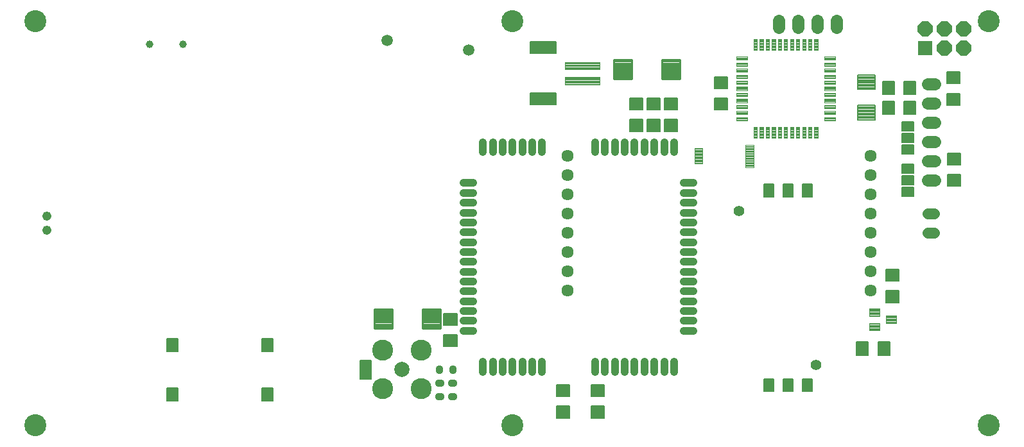
<source format=gbs>
G75*
G70*
%OFA0B0*%
%FSLAX24Y24*%
%IPPOS*%
%LPD*%
%AMOC8*
5,1,8,0,0,1.08239X$1,22.5*
%
%ADD10C,0.1142*%
%ADD11C,0.0390*%
%ADD12C,0.0063*%
%ADD13C,0.0790*%
%ADD14C,0.1090*%
%ADD15C,0.0311*%
%ADD16C,0.0055*%
%ADD17C,0.0552*%
%ADD18C,0.0067*%
%ADD19C,0.0043*%
%ADD20R,0.0780X0.0780*%
%ADD21OC8,0.0780*%
%ADD22C,0.0634*%
%ADD23C,0.0043*%
%ADD24C,0.0390*%
%ADD25C,0.0640*%
%ADD26C,0.0476*%
%ADD27C,0.0104*%
%ADD28C,0.0047*%
%ADD29C,0.0083*%
%ADD30C,0.0050*%
%ADD31C,0.0555*%
%ADD32C,0.0594*%
D10*
X001100Y001180D03*
X025850Y001180D03*
X050600Y001180D03*
X050600Y022180D03*
X025850Y022180D03*
X001100Y022180D03*
D11*
X023334Y013772D02*
X023846Y013772D01*
X023846Y013260D02*
X023334Y013260D01*
X023334Y012749D02*
X023846Y012749D01*
X023846Y012237D02*
X023334Y012237D01*
X023334Y011725D02*
X023846Y011725D01*
X023846Y011213D02*
X023334Y011213D01*
X023334Y010701D02*
X023846Y010701D01*
X023846Y010189D02*
X023334Y010189D01*
X023334Y009678D02*
X023846Y009678D01*
X023846Y009166D02*
X023334Y009166D01*
X023334Y008654D02*
X023846Y008654D01*
X023846Y008142D02*
X023334Y008142D01*
X023334Y007630D02*
X023846Y007630D01*
X023846Y007119D02*
X023334Y007119D01*
X023334Y006607D02*
X023846Y006607D01*
X023846Y006095D02*
X023334Y006095D01*
X024338Y004481D02*
X024338Y003969D01*
X024850Y003969D02*
X024850Y004481D01*
X025362Y004481D02*
X025362Y003969D01*
X025874Y003969D02*
X025874Y004481D01*
X026385Y004481D02*
X026385Y003969D01*
X026897Y003969D02*
X026897Y004481D01*
X027409Y004481D02*
X027409Y003969D01*
X030165Y003969D02*
X030165Y004481D01*
X030677Y004481D02*
X030677Y003969D01*
X031189Y003969D02*
X031189Y004481D01*
X031700Y004481D02*
X031700Y003969D01*
X032212Y003969D02*
X032212Y004481D01*
X032724Y004481D02*
X032724Y003969D01*
X033236Y003969D02*
X033236Y004481D01*
X033748Y004481D02*
X033748Y003969D01*
X034259Y003969D02*
X034259Y004481D01*
X034751Y006095D02*
X035263Y006095D01*
X035263Y006607D02*
X034751Y006607D01*
X034751Y007119D02*
X035263Y007119D01*
X035263Y007630D02*
X034751Y007630D01*
X034751Y008142D02*
X035263Y008142D01*
X035263Y008654D02*
X034751Y008654D01*
X034751Y009166D02*
X035263Y009166D01*
X035263Y009678D02*
X034751Y009678D01*
X034751Y010189D02*
X035263Y010189D01*
X035263Y010701D02*
X034751Y010701D01*
X034751Y011213D02*
X035263Y011213D01*
X035263Y011725D02*
X034751Y011725D01*
X034751Y012237D02*
X035263Y012237D01*
X035263Y012749D02*
X034751Y012749D01*
X034751Y013260D02*
X035263Y013260D01*
X035263Y013772D02*
X034751Y013772D01*
X034259Y015386D02*
X034259Y015898D01*
X033748Y015898D02*
X033748Y015386D01*
X033236Y015386D02*
X033236Y015898D01*
X032724Y015898D02*
X032724Y015386D01*
X032212Y015386D02*
X032212Y015898D01*
X031700Y015898D02*
X031700Y015386D01*
X031189Y015386D02*
X031189Y015898D01*
X030677Y015898D02*
X030677Y015386D01*
X030165Y015386D02*
X030165Y015898D01*
X027409Y015898D02*
X027409Y015386D01*
X026897Y015386D02*
X026897Y015898D01*
X026385Y015898D02*
X026385Y015386D01*
X025874Y015386D02*
X025874Y015898D01*
X025362Y015898D02*
X025362Y015386D01*
X024850Y015386D02*
X024850Y015898D01*
X024338Y015898D02*
X024338Y015386D01*
D12*
X012862Y005694D02*
X012862Y005028D01*
X012862Y005694D02*
X013430Y005694D01*
X013430Y005028D01*
X012862Y005028D01*
X012862Y005090D02*
X013430Y005090D01*
X013430Y005152D02*
X012862Y005152D01*
X012862Y005214D02*
X013430Y005214D01*
X013430Y005276D02*
X012862Y005276D01*
X012862Y005338D02*
X013430Y005338D01*
X013430Y005400D02*
X012862Y005400D01*
X012862Y005462D02*
X013430Y005462D01*
X013430Y005524D02*
X012862Y005524D01*
X012862Y005586D02*
X013430Y005586D01*
X013430Y005648D02*
X012862Y005648D01*
X007918Y005694D02*
X007918Y005028D01*
X007918Y005694D02*
X008486Y005694D01*
X008486Y005028D01*
X007918Y005028D01*
X007918Y005090D02*
X008486Y005090D01*
X008486Y005152D02*
X007918Y005152D01*
X007918Y005214D02*
X008486Y005214D01*
X008486Y005276D02*
X007918Y005276D01*
X007918Y005338D02*
X008486Y005338D01*
X008486Y005400D02*
X007918Y005400D01*
X007918Y005462D02*
X008486Y005462D01*
X008486Y005524D02*
X007918Y005524D01*
X007918Y005586D02*
X008486Y005586D01*
X008486Y005648D02*
X007918Y005648D01*
X007918Y003127D02*
X007918Y002461D01*
X007918Y003127D02*
X008486Y003127D01*
X008486Y002461D01*
X007918Y002461D01*
X007918Y002523D02*
X008486Y002523D01*
X008486Y002585D02*
X007918Y002585D01*
X007918Y002647D02*
X008486Y002647D01*
X008486Y002709D02*
X007918Y002709D01*
X007918Y002771D02*
X008486Y002771D01*
X008486Y002833D02*
X007918Y002833D01*
X007918Y002895D02*
X008486Y002895D01*
X008486Y002957D02*
X007918Y002957D01*
X007918Y003019D02*
X008486Y003019D01*
X008486Y003081D02*
X007918Y003081D01*
X012862Y003127D02*
X012862Y002461D01*
X012862Y003127D02*
X013430Y003127D01*
X013430Y002461D01*
X012862Y002461D01*
X012862Y002523D02*
X013430Y002523D01*
X013430Y002585D02*
X012862Y002585D01*
X012862Y002647D02*
X013430Y002647D01*
X013430Y002709D02*
X012862Y002709D01*
X012862Y002771D02*
X013430Y002771D01*
X013430Y002833D02*
X012862Y002833D01*
X012862Y002895D02*
X013430Y002895D01*
X013430Y002957D02*
X012862Y002957D01*
X012862Y003019D02*
X013430Y003019D01*
X013430Y003081D02*
X012862Y003081D01*
X017977Y003600D02*
X017977Y004562D01*
X018545Y004562D01*
X018545Y003600D01*
X017977Y003600D01*
X017977Y003662D02*
X018545Y003662D01*
X018545Y003724D02*
X017977Y003724D01*
X017977Y003786D02*
X018545Y003786D01*
X018545Y003848D02*
X017977Y003848D01*
X017977Y003910D02*
X018545Y003910D01*
X018545Y003972D02*
X017977Y003972D01*
X017977Y004034D02*
X018545Y004034D01*
X018545Y004096D02*
X017977Y004096D01*
X017977Y004158D02*
X018545Y004158D01*
X018545Y004220D02*
X017977Y004220D01*
X017977Y004282D02*
X018545Y004282D01*
X018545Y004344D02*
X017977Y004344D01*
X017977Y004406D02*
X018545Y004406D01*
X018545Y004468D02*
X017977Y004468D01*
X017977Y004530D02*
X018545Y004530D01*
D13*
X020127Y004086D03*
D14*
X019124Y003082D03*
X021131Y003082D03*
X021131Y005090D03*
X019124Y005090D03*
D15*
X022096Y004165D02*
X022096Y004007D01*
X022018Y004007D01*
X022018Y004165D01*
X022096Y004165D01*
X022796Y004165D02*
X022796Y004007D01*
X022718Y004007D01*
X022718Y004165D01*
X022796Y004165D01*
X022836Y003425D02*
X022836Y003347D01*
X022678Y003347D01*
X022678Y003425D01*
X022836Y003425D01*
X022156Y003425D02*
X022156Y003347D01*
X021998Y003347D01*
X021998Y003425D01*
X022156Y003425D01*
X022156Y002725D02*
X022156Y002647D01*
X021998Y002647D01*
X021998Y002725D01*
X022156Y002725D01*
X022836Y002725D02*
X022836Y002647D01*
X022678Y002647D01*
X022678Y002725D01*
X022836Y002725D01*
D16*
X039434Y002951D02*
X039434Y003605D01*
X039434Y002951D02*
X038936Y002951D01*
X038936Y003605D01*
X039434Y003605D01*
X039434Y003005D02*
X038936Y003005D01*
X038936Y003059D02*
X039434Y003059D01*
X039434Y003113D02*
X038936Y003113D01*
X038936Y003167D02*
X039434Y003167D01*
X039434Y003221D02*
X038936Y003221D01*
X038936Y003275D02*
X039434Y003275D01*
X039434Y003329D02*
X038936Y003329D01*
X038936Y003383D02*
X039434Y003383D01*
X039434Y003437D02*
X038936Y003437D01*
X038936Y003491D02*
X039434Y003491D01*
X039434Y003545D02*
X038936Y003545D01*
X038936Y003599D02*
X039434Y003599D01*
X040434Y003605D02*
X040434Y002951D01*
X039936Y002951D01*
X039936Y003605D01*
X040434Y003605D01*
X040434Y003005D02*
X039936Y003005D01*
X039936Y003059D02*
X040434Y003059D01*
X040434Y003113D02*
X039936Y003113D01*
X039936Y003167D02*
X040434Y003167D01*
X040434Y003221D02*
X039936Y003221D01*
X039936Y003275D02*
X040434Y003275D01*
X040434Y003329D02*
X039936Y003329D01*
X039936Y003383D02*
X040434Y003383D01*
X040434Y003437D02*
X039936Y003437D01*
X039936Y003491D02*
X040434Y003491D01*
X040434Y003545D02*
X039936Y003545D01*
X039936Y003599D02*
X040434Y003599D01*
X041434Y003605D02*
X041434Y002951D01*
X040936Y002951D01*
X040936Y003605D01*
X041434Y003605D01*
X041434Y003005D02*
X040936Y003005D01*
X040936Y003059D02*
X041434Y003059D01*
X041434Y003113D02*
X040936Y003113D01*
X040936Y003167D02*
X041434Y003167D01*
X041434Y003221D02*
X040936Y003221D01*
X040936Y003275D02*
X041434Y003275D01*
X041434Y003329D02*
X040936Y003329D01*
X040936Y003383D02*
X041434Y003383D01*
X041434Y003437D02*
X040936Y003437D01*
X040936Y003491D02*
X041434Y003491D01*
X041434Y003545D02*
X040936Y003545D01*
X040936Y003599D02*
X041434Y003599D01*
X040936Y013070D02*
X040936Y013724D01*
X041434Y013724D01*
X041434Y013070D01*
X040936Y013070D01*
X040936Y013124D02*
X041434Y013124D01*
X041434Y013178D02*
X040936Y013178D01*
X040936Y013232D02*
X041434Y013232D01*
X041434Y013286D02*
X040936Y013286D01*
X040936Y013340D02*
X041434Y013340D01*
X041434Y013394D02*
X040936Y013394D01*
X040936Y013448D02*
X041434Y013448D01*
X041434Y013502D02*
X040936Y013502D01*
X040936Y013556D02*
X041434Y013556D01*
X041434Y013610D02*
X040936Y013610D01*
X040936Y013664D02*
X041434Y013664D01*
X041434Y013718D02*
X040936Y013718D01*
X039936Y013724D02*
X039936Y013070D01*
X039936Y013724D02*
X040434Y013724D01*
X040434Y013070D01*
X039936Y013070D01*
X039936Y013124D02*
X040434Y013124D01*
X040434Y013178D02*
X039936Y013178D01*
X039936Y013232D02*
X040434Y013232D01*
X040434Y013286D02*
X039936Y013286D01*
X039936Y013340D02*
X040434Y013340D01*
X040434Y013394D02*
X039936Y013394D01*
X039936Y013448D02*
X040434Y013448D01*
X040434Y013502D02*
X039936Y013502D01*
X039936Y013556D02*
X040434Y013556D01*
X040434Y013610D02*
X039936Y013610D01*
X039936Y013664D02*
X040434Y013664D01*
X040434Y013718D02*
X039936Y013718D01*
X038936Y013724D02*
X038936Y013070D01*
X038936Y013724D02*
X039434Y013724D01*
X039434Y013070D01*
X038936Y013070D01*
X038936Y013124D02*
X039434Y013124D01*
X039434Y013178D02*
X038936Y013178D01*
X038936Y013232D02*
X039434Y013232D01*
X039434Y013286D02*
X038936Y013286D01*
X038936Y013340D02*
X039434Y013340D01*
X039434Y013394D02*
X038936Y013394D01*
X038936Y013448D02*
X039434Y013448D01*
X039434Y013502D02*
X038936Y013502D01*
X038936Y013556D02*
X039434Y013556D01*
X039434Y013610D02*
X038936Y013610D01*
X038936Y013664D02*
X039434Y013664D01*
X039434Y013718D02*
X038936Y013718D01*
D17*
X037644Y012337D03*
X041644Y004337D03*
D18*
X043738Y004838D02*
X044342Y004838D01*
X043738Y004838D02*
X043738Y005522D01*
X044342Y005522D01*
X044342Y004838D01*
X044342Y004904D02*
X043738Y004904D01*
X043738Y004970D02*
X044342Y004970D01*
X044342Y005036D02*
X043738Y005036D01*
X043738Y005102D02*
X044342Y005102D01*
X044342Y005168D02*
X043738Y005168D01*
X043738Y005234D02*
X044342Y005234D01*
X044342Y005300D02*
X043738Y005300D01*
X043738Y005366D02*
X044342Y005366D01*
X044342Y005432D02*
X043738Y005432D01*
X043738Y005498D02*
X044342Y005498D01*
X044858Y004838D02*
X045462Y004838D01*
X044858Y004838D02*
X044858Y005522D01*
X045462Y005522D01*
X045462Y004838D01*
X045462Y004904D02*
X044858Y004904D01*
X044858Y004970D02*
X045462Y004970D01*
X045462Y005036D02*
X044858Y005036D01*
X044858Y005102D02*
X045462Y005102D01*
X045462Y005168D02*
X044858Y005168D01*
X044858Y005234D02*
X045462Y005234D01*
X045462Y005300D02*
X044858Y005300D01*
X044858Y005366D02*
X045462Y005366D01*
X045462Y005432D02*
X044858Y005432D01*
X044858Y005498D02*
X045462Y005498D01*
X045942Y007568D02*
X045942Y008172D01*
X045942Y007568D02*
X045258Y007568D01*
X045258Y008172D01*
X045942Y008172D01*
X045942Y007634D02*
X045258Y007634D01*
X045258Y007700D02*
X045942Y007700D01*
X045942Y007766D02*
X045258Y007766D01*
X045258Y007832D02*
X045942Y007832D01*
X045942Y007898D02*
X045258Y007898D01*
X045258Y007964D02*
X045942Y007964D01*
X045942Y008030D02*
X045258Y008030D01*
X045258Y008096D02*
X045942Y008096D01*
X045942Y008162D02*
X045258Y008162D01*
X045942Y008688D02*
X045942Y009292D01*
X045942Y008688D02*
X045258Y008688D01*
X045258Y009292D01*
X045942Y009292D01*
X045942Y008754D02*
X045258Y008754D01*
X045258Y008820D02*
X045942Y008820D01*
X045942Y008886D02*
X045258Y008886D01*
X045258Y008952D02*
X045942Y008952D01*
X045942Y009018D02*
X045258Y009018D01*
X045258Y009084D02*
X045942Y009084D01*
X045942Y009150D02*
X045258Y009150D01*
X045258Y009216D02*
X045942Y009216D01*
X045942Y009282D02*
X045258Y009282D01*
X049134Y013621D02*
X049134Y014225D01*
X049134Y013621D02*
X048452Y013621D01*
X048452Y014225D01*
X049134Y014225D01*
X049134Y013687D02*
X048452Y013687D01*
X048452Y013753D02*
X049134Y013753D01*
X049134Y013819D02*
X048452Y013819D01*
X048452Y013885D02*
X049134Y013885D01*
X049134Y013951D02*
X048452Y013951D01*
X048452Y014017D02*
X049134Y014017D01*
X049134Y014083D02*
X048452Y014083D01*
X048452Y014149D02*
X049134Y014149D01*
X049134Y014215D02*
X048452Y014215D01*
X049134Y014723D02*
X049134Y015327D01*
X049134Y014723D02*
X048452Y014723D01*
X048452Y015327D01*
X049134Y015327D01*
X049134Y014789D02*
X048452Y014789D01*
X048452Y014855D02*
X049134Y014855D01*
X049134Y014921D02*
X048452Y014921D01*
X048452Y014987D02*
X049134Y014987D01*
X049134Y015053D02*
X048452Y015053D01*
X048452Y015119D02*
X049134Y015119D01*
X049134Y015185D02*
X048452Y015185D01*
X048452Y015251D02*
X049134Y015251D01*
X049134Y015317D02*
X048452Y015317D01*
X046803Y017339D02*
X046199Y017339D01*
X046199Y018021D01*
X046803Y018021D01*
X046803Y017339D01*
X046803Y017405D02*
X046199Y017405D01*
X046199Y017471D02*
X046803Y017471D01*
X046803Y017537D02*
X046199Y017537D01*
X046199Y017603D02*
X046803Y017603D01*
X046803Y017669D02*
X046199Y017669D01*
X046199Y017735D02*
X046803Y017735D01*
X046803Y017801D02*
X046199Y017801D01*
X046199Y017867D02*
X046803Y017867D01*
X046803Y017933D02*
X046199Y017933D01*
X046199Y017999D02*
X046803Y017999D01*
X045701Y017339D02*
X045097Y017339D01*
X045097Y018021D01*
X045701Y018021D01*
X045701Y017339D01*
X045701Y017405D02*
X045097Y017405D01*
X045097Y017471D02*
X045701Y017471D01*
X045701Y017537D02*
X045097Y017537D01*
X045097Y017603D02*
X045701Y017603D01*
X045701Y017669D02*
X045097Y017669D01*
X045097Y017735D02*
X045701Y017735D01*
X045701Y017801D02*
X045097Y017801D01*
X045097Y017867D02*
X045701Y017867D01*
X045701Y017933D02*
X045097Y017933D01*
X045097Y017999D02*
X045701Y017999D01*
X045701Y018389D02*
X045097Y018389D01*
X045097Y019071D01*
X045701Y019071D01*
X045701Y018389D01*
X045701Y018455D02*
X045097Y018455D01*
X045097Y018521D02*
X045701Y018521D01*
X045701Y018587D02*
X045097Y018587D01*
X045097Y018653D02*
X045701Y018653D01*
X045701Y018719D02*
X045097Y018719D01*
X045097Y018785D02*
X045701Y018785D01*
X045701Y018851D02*
X045097Y018851D01*
X045097Y018917D02*
X045701Y018917D01*
X045701Y018983D02*
X045097Y018983D01*
X045097Y019049D02*
X045701Y019049D01*
X046199Y018389D02*
X046803Y018389D01*
X046199Y018389D02*
X046199Y019071D01*
X046803Y019071D01*
X046803Y018389D01*
X046803Y018455D02*
X046199Y018455D01*
X046199Y018521D02*
X046803Y018521D01*
X046803Y018587D02*
X046199Y018587D01*
X046199Y018653D02*
X046803Y018653D01*
X046803Y018719D02*
X046199Y018719D01*
X046199Y018785D02*
X046803Y018785D01*
X046803Y018851D02*
X046199Y018851D01*
X046199Y018917D02*
X046803Y018917D01*
X046803Y018983D02*
X046199Y018983D01*
X046199Y019049D02*
X046803Y019049D01*
X049099Y018944D02*
X049099Y019548D01*
X049099Y018944D02*
X048415Y018944D01*
X048415Y019548D01*
X049099Y019548D01*
X049099Y019010D02*
X048415Y019010D01*
X048415Y019076D02*
X049099Y019076D01*
X049099Y019142D02*
X048415Y019142D01*
X048415Y019208D02*
X049099Y019208D01*
X049099Y019274D02*
X048415Y019274D01*
X048415Y019340D02*
X049099Y019340D01*
X049099Y019406D02*
X048415Y019406D01*
X048415Y019472D02*
X049099Y019472D01*
X049099Y019538D02*
X048415Y019538D01*
X049099Y018428D02*
X049099Y017824D01*
X048415Y017824D01*
X048415Y018428D01*
X049099Y018428D01*
X049099Y017890D02*
X048415Y017890D01*
X048415Y017956D02*
X049099Y017956D01*
X049099Y018022D02*
X048415Y018022D01*
X048415Y018088D02*
X049099Y018088D01*
X049099Y018154D02*
X048415Y018154D01*
X048415Y018220D02*
X049099Y018220D01*
X049099Y018286D02*
X048415Y018286D01*
X048415Y018352D02*
X049099Y018352D01*
X049099Y018418D02*
X048415Y018418D01*
X037041Y018181D02*
X037041Y017577D01*
X036359Y017577D01*
X036359Y018181D01*
X037041Y018181D01*
X037041Y017643D02*
X036359Y017643D01*
X036359Y017709D02*
X037041Y017709D01*
X037041Y017775D02*
X036359Y017775D01*
X036359Y017841D02*
X037041Y017841D01*
X037041Y017907D02*
X036359Y017907D01*
X036359Y017973D02*
X037041Y017973D01*
X037041Y018039D02*
X036359Y018039D01*
X036359Y018105D02*
X037041Y018105D01*
X037041Y018171D02*
X036359Y018171D01*
X037041Y018679D02*
X037041Y019283D01*
X037041Y018679D02*
X036359Y018679D01*
X036359Y019283D01*
X037041Y019283D01*
X037041Y018745D02*
X036359Y018745D01*
X036359Y018811D02*
X037041Y018811D01*
X037041Y018877D02*
X036359Y018877D01*
X036359Y018943D02*
X037041Y018943D01*
X037041Y019009D02*
X036359Y019009D01*
X036359Y019075D02*
X037041Y019075D01*
X037041Y019141D02*
X036359Y019141D01*
X036359Y019207D02*
X037041Y019207D01*
X037041Y019273D02*
X036359Y019273D01*
X034442Y018192D02*
X034442Y017588D01*
X033758Y017588D01*
X033758Y018192D01*
X034442Y018192D01*
X034442Y017654D02*
X033758Y017654D01*
X033758Y017720D02*
X034442Y017720D01*
X034442Y017786D02*
X033758Y017786D01*
X033758Y017852D02*
X034442Y017852D01*
X034442Y017918D02*
X033758Y017918D01*
X033758Y017984D02*
X034442Y017984D01*
X034442Y018050D02*
X033758Y018050D01*
X033758Y018116D02*
X034442Y018116D01*
X034442Y018182D02*
X033758Y018182D01*
X033542Y018192D02*
X033542Y017588D01*
X032858Y017588D01*
X032858Y018192D01*
X033542Y018192D01*
X033542Y017654D02*
X032858Y017654D01*
X032858Y017720D02*
X033542Y017720D01*
X033542Y017786D02*
X032858Y017786D01*
X032858Y017852D02*
X033542Y017852D01*
X033542Y017918D02*
X032858Y017918D01*
X032858Y017984D02*
X033542Y017984D01*
X033542Y018050D02*
X032858Y018050D01*
X032858Y018116D02*
X033542Y018116D01*
X033542Y018182D02*
X032858Y018182D01*
X032642Y018192D02*
X032642Y017588D01*
X031958Y017588D01*
X031958Y018192D01*
X032642Y018192D01*
X032642Y017654D02*
X031958Y017654D01*
X031958Y017720D02*
X032642Y017720D01*
X032642Y017786D02*
X031958Y017786D01*
X031958Y017852D02*
X032642Y017852D01*
X032642Y017918D02*
X031958Y017918D01*
X031958Y017984D02*
X032642Y017984D01*
X032642Y018050D02*
X031958Y018050D01*
X031958Y018116D02*
X032642Y018116D01*
X032642Y018182D02*
X031958Y018182D01*
X032642Y017072D02*
X032642Y016468D01*
X031958Y016468D01*
X031958Y017072D01*
X032642Y017072D01*
X032642Y016534D02*
X031958Y016534D01*
X031958Y016600D02*
X032642Y016600D01*
X032642Y016666D02*
X031958Y016666D01*
X031958Y016732D02*
X032642Y016732D01*
X032642Y016798D02*
X031958Y016798D01*
X031958Y016864D02*
X032642Y016864D01*
X032642Y016930D02*
X031958Y016930D01*
X031958Y016996D02*
X032642Y016996D01*
X032642Y017062D02*
X031958Y017062D01*
X033542Y017072D02*
X033542Y016468D01*
X032858Y016468D01*
X032858Y017072D01*
X033542Y017072D01*
X033542Y016534D02*
X032858Y016534D01*
X032858Y016600D02*
X033542Y016600D01*
X033542Y016666D02*
X032858Y016666D01*
X032858Y016732D02*
X033542Y016732D01*
X033542Y016798D02*
X032858Y016798D01*
X032858Y016864D02*
X033542Y016864D01*
X033542Y016930D02*
X032858Y016930D01*
X032858Y016996D02*
X033542Y016996D01*
X033542Y017062D02*
X032858Y017062D01*
X034442Y017072D02*
X034442Y016468D01*
X033758Y016468D01*
X033758Y017072D01*
X034442Y017072D01*
X034442Y016534D02*
X033758Y016534D01*
X033758Y016600D02*
X034442Y016600D01*
X034442Y016666D02*
X033758Y016666D01*
X033758Y016732D02*
X034442Y016732D01*
X034442Y016798D02*
X033758Y016798D01*
X033758Y016864D02*
X034442Y016864D01*
X034442Y016930D02*
X033758Y016930D01*
X033758Y016996D02*
X034442Y016996D01*
X034442Y017062D02*
X033758Y017062D01*
X028115Y018443D02*
X026803Y018443D01*
X028115Y018443D02*
X028115Y017839D01*
X026803Y017839D01*
X026803Y018443D01*
X026803Y017905D02*
X028115Y017905D01*
X028115Y017971D02*
X026803Y017971D01*
X026803Y018037D02*
X028115Y018037D01*
X028115Y018103D02*
X026803Y018103D01*
X026803Y018169D02*
X028115Y018169D01*
X028115Y018235D02*
X026803Y018235D01*
X026803Y018301D02*
X028115Y018301D01*
X028115Y018367D02*
X026803Y018367D01*
X026803Y018433D02*
X028115Y018433D01*
X028115Y021121D02*
X026803Y021121D01*
X028115Y021121D02*
X028115Y020517D01*
X026803Y020517D01*
X026803Y021121D01*
X026803Y020583D02*
X028115Y020583D01*
X028115Y020649D02*
X026803Y020649D01*
X026803Y020715D02*
X028115Y020715D01*
X028115Y020781D02*
X026803Y020781D01*
X026803Y020847D02*
X028115Y020847D01*
X028115Y020913D02*
X026803Y020913D01*
X026803Y020979D02*
X028115Y020979D01*
X028115Y021045D02*
X026803Y021045D01*
X026803Y021111D02*
X028115Y021111D01*
X022309Y006983D02*
X022309Y006379D01*
X022309Y006983D02*
X022991Y006983D01*
X022991Y006379D01*
X022309Y006379D01*
X022309Y006445D02*
X022991Y006445D01*
X022991Y006511D02*
X022309Y006511D01*
X022309Y006577D02*
X022991Y006577D01*
X022991Y006643D02*
X022309Y006643D01*
X022309Y006709D02*
X022991Y006709D01*
X022991Y006775D02*
X022309Y006775D01*
X022309Y006841D02*
X022991Y006841D01*
X022991Y006907D02*
X022309Y006907D01*
X022309Y006973D02*
X022991Y006973D01*
X022309Y005881D02*
X022309Y005277D01*
X022309Y005881D02*
X022991Y005881D01*
X022991Y005277D01*
X022309Y005277D01*
X022309Y005343D02*
X022991Y005343D01*
X022991Y005409D02*
X022309Y005409D01*
X022309Y005475D02*
X022991Y005475D01*
X022991Y005541D02*
X022309Y005541D01*
X022309Y005607D02*
X022991Y005607D01*
X022991Y005673D02*
X022309Y005673D01*
X022309Y005739D02*
X022991Y005739D01*
X022991Y005805D02*
X022309Y005805D01*
X022309Y005871D02*
X022991Y005871D01*
X028158Y003292D02*
X028158Y002688D01*
X028158Y003292D02*
X028842Y003292D01*
X028842Y002688D01*
X028158Y002688D01*
X028158Y002754D02*
X028842Y002754D01*
X028842Y002820D02*
X028158Y002820D01*
X028158Y002886D02*
X028842Y002886D01*
X028842Y002952D02*
X028158Y002952D01*
X028158Y003018D02*
X028842Y003018D01*
X028842Y003084D02*
X028158Y003084D01*
X028158Y003150D02*
X028842Y003150D01*
X028842Y003216D02*
X028158Y003216D01*
X028158Y003282D02*
X028842Y003282D01*
X030642Y003292D02*
X030642Y002688D01*
X029958Y002688D01*
X029958Y003292D01*
X030642Y003292D01*
X030642Y002754D02*
X029958Y002754D01*
X029958Y002820D02*
X030642Y002820D01*
X030642Y002886D02*
X029958Y002886D01*
X029958Y002952D02*
X030642Y002952D01*
X030642Y003018D02*
X029958Y003018D01*
X029958Y003084D02*
X030642Y003084D01*
X030642Y003150D02*
X029958Y003150D01*
X029958Y003216D02*
X030642Y003216D01*
X030642Y003282D02*
X029958Y003282D01*
X030642Y002172D02*
X030642Y001568D01*
X029958Y001568D01*
X029958Y002172D01*
X030642Y002172D01*
X030642Y001634D02*
X029958Y001634D01*
X029958Y001700D02*
X030642Y001700D01*
X030642Y001766D02*
X029958Y001766D01*
X029958Y001832D02*
X030642Y001832D01*
X030642Y001898D02*
X029958Y001898D01*
X029958Y001964D02*
X030642Y001964D01*
X030642Y002030D02*
X029958Y002030D01*
X029958Y002096D02*
X030642Y002096D01*
X030642Y002162D02*
X029958Y002162D01*
X028158Y002172D02*
X028158Y001568D01*
X028158Y002172D02*
X028842Y002172D01*
X028842Y001568D01*
X028158Y001568D01*
X028158Y001634D02*
X028842Y001634D01*
X028842Y001700D02*
X028158Y001700D01*
X028158Y001766D02*
X028842Y001766D01*
X028842Y001832D02*
X028158Y001832D01*
X028158Y001898D02*
X028842Y001898D01*
X028842Y001964D02*
X028158Y001964D01*
X028158Y002030D02*
X028842Y002030D01*
X028842Y002096D02*
X028158Y002096D01*
X028158Y002162D02*
X028842Y002162D01*
D19*
X038396Y016687D02*
X038570Y016687D01*
X038570Y016119D01*
X038396Y016119D01*
X038396Y016687D01*
X038396Y016161D02*
X038570Y016161D01*
X038570Y016203D02*
X038396Y016203D01*
X038396Y016245D02*
X038570Y016245D01*
X038570Y016287D02*
X038396Y016287D01*
X038396Y016329D02*
X038570Y016329D01*
X038570Y016371D02*
X038396Y016371D01*
X038396Y016413D02*
X038570Y016413D01*
X038570Y016455D02*
X038396Y016455D01*
X038396Y016497D02*
X038570Y016497D01*
X038570Y016539D02*
X038396Y016539D01*
X038396Y016581D02*
X038570Y016581D01*
X038570Y016623D02*
X038396Y016623D01*
X038396Y016665D02*
X038570Y016665D01*
X038711Y016687D02*
X038885Y016687D01*
X038885Y016119D01*
X038711Y016119D01*
X038711Y016687D01*
X038711Y016161D02*
X038885Y016161D01*
X038885Y016203D02*
X038711Y016203D01*
X038711Y016245D02*
X038885Y016245D01*
X038885Y016287D02*
X038711Y016287D01*
X038711Y016329D02*
X038885Y016329D01*
X038885Y016371D02*
X038711Y016371D01*
X038711Y016413D02*
X038885Y016413D01*
X038885Y016455D02*
X038711Y016455D01*
X038711Y016497D02*
X038885Y016497D01*
X038885Y016539D02*
X038711Y016539D01*
X038711Y016581D02*
X038885Y016581D01*
X038885Y016623D02*
X038711Y016623D01*
X038711Y016665D02*
X038885Y016665D01*
X039026Y016687D02*
X039200Y016687D01*
X039200Y016119D01*
X039026Y016119D01*
X039026Y016687D01*
X039026Y016161D02*
X039200Y016161D01*
X039200Y016203D02*
X039026Y016203D01*
X039026Y016245D02*
X039200Y016245D01*
X039200Y016287D02*
X039026Y016287D01*
X039026Y016329D02*
X039200Y016329D01*
X039200Y016371D02*
X039026Y016371D01*
X039026Y016413D02*
X039200Y016413D01*
X039200Y016455D02*
X039026Y016455D01*
X039026Y016497D02*
X039200Y016497D01*
X039200Y016539D02*
X039026Y016539D01*
X039026Y016581D02*
X039200Y016581D01*
X039200Y016623D02*
X039026Y016623D01*
X039026Y016665D02*
X039200Y016665D01*
X039341Y016687D02*
X039515Y016687D01*
X039515Y016119D01*
X039341Y016119D01*
X039341Y016687D01*
X039341Y016161D02*
X039515Y016161D01*
X039515Y016203D02*
X039341Y016203D01*
X039341Y016245D02*
X039515Y016245D01*
X039515Y016287D02*
X039341Y016287D01*
X039341Y016329D02*
X039515Y016329D01*
X039515Y016371D02*
X039341Y016371D01*
X039341Y016413D02*
X039515Y016413D01*
X039515Y016455D02*
X039341Y016455D01*
X039341Y016497D02*
X039515Y016497D01*
X039515Y016539D02*
X039341Y016539D01*
X039341Y016581D02*
X039515Y016581D01*
X039515Y016623D02*
X039341Y016623D01*
X039341Y016665D02*
X039515Y016665D01*
X039656Y016687D02*
X039830Y016687D01*
X039830Y016119D01*
X039656Y016119D01*
X039656Y016687D01*
X039656Y016161D02*
X039830Y016161D01*
X039830Y016203D02*
X039656Y016203D01*
X039656Y016245D02*
X039830Y016245D01*
X039830Y016287D02*
X039656Y016287D01*
X039656Y016329D02*
X039830Y016329D01*
X039830Y016371D02*
X039656Y016371D01*
X039656Y016413D02*
X039830Y016413D01*
X039830Y016455D02*
X039656Y016455D01*
X039656Y016497D02*
X039830Y016497D01*
X039830Y016539D02*
X039656Y016539D01*
X039656Y016581D02*
X039830Y016581D01*
X039830Y016623D02*
X039656Y016623D01*
X039656Y016665D02*
X039830Y016665D01*
X039970Y016687D02*
X040144Y016687D01*
X040144Y016119D01*
X039970Y016119D01*
X039970Y016687D01*
X039970Y016161D02*
X040144Y016161D01*
X040144Y016203D02*
X039970Y016203D01*
X039970Y016245D02*
X040144Y016245D01*
X040144Y016287D02*
X039970Y016287D01*
X039970Y016329D02*
X040144Y016329D01*
X040144Y016371D02*
X039970Y016371D01*
X039970Y016413D02*
X040144Y016413D01*
X040144Y016455D02*
X039970Y016455D01*
X039970Y016497D02*
X040144Y016497D01*
X040144Y016539D02*
X039970Y016539D01*
X039970Y016581D02*
X040144Y016581D01*
X040144Y016623D02*
X039970Y016623D01*
X039970Y016665D02*
X040144Y016665D01*
X040285Y016687D02*
X040459Y016687D01*
X040459Y016119D01*
X040285Y016119D01*
X040285Y016687D01*
X040285Y016161D02*
X040459Y016161D01*
X040459Y016203D02*
X040285Y016203D01*
X040285Y016245D02*
X040459Y016245D01*
X040459Y016287D02*
X040285Y016287D01*
X040285Y016329D02*
X040459Y016329D01*
X040459Y016371D02*
X040285Y016371D01*
X040285Y016413D02*
X040459Y016413D01*
X040459Y016455D02*
X040285Y016455D01*
X040285Y016497D02*
X040459Y016497D01*
X040459Y016539D02*
X040285Y016539D01*
X040285Y016581D02*
X040459Y016581D01*
X040459Y016623D02*
X040285Y016623D01*
X040285Y016665D02*
X040459Y016665D01*
X040600Y016687D02*
X040774Y016687D01*
X040774Y016119D01*
X040600Y016119D01*
X040600Y016687D01*
X040600Y016161D02*
X040774Y016161D01*
X040774Y016203D02*
X040600Y016203D01*
X040600Y016245D02*
X040774Y016245D01*
X040774Y016287D02*
X040600Y016287D01*
X040600Y016329D02*
X040774Y016329D01*
X040774Y016371D02*
X040600Y016371D01*
X040600Y016413D02*
X040774Y016413D01*
X040774Y016455D02*
X040600Y016455D01*
X040600Y016497D02*
X040774Y016497D01*
X040774Y016539D02*
X040600Y016539D01*
X040600Y016581D02*
X040774Y016581D01*
X040774Y016623D02*
X040600Y016623D01*
X040600Y016665D02*
X040774Y016665D01*
X040915Y016687D02*
X041089Y016687D01*
X041089Y016119D01*
X040915Y016119D01*
X040915Y016687D01*
X040915Y016161D02*
X041089Y016161D01*
X041089Y016203D02*
X040915Y016203D01*
X040915Y016245D02*
X041089Y016245D01*
X041089Y016287D02*
X040915Y016287D01*
X040915Y016329D02*
X041089Y016329D01*
X041089Y016371D02*
X040915Y016371D01*
X040915Y016413D02*
X041089Y016413D01*
X041089Y016455D02*
X040915Y016455D01*
X040915Y016497D02*
X041089Y016497D01*
X041089Y016539D02*
X040915Y016539D01*
X040915Y016581D02*
X041089Y016581D01*
X041089Y016623D02*
X040915Y016623D01*
X040915Y016665D02*
X041089Y016665D01*
X041230Y016687D02*
X041404Y016687D01*
X041404Y016119D01*
X041230Y016119D01*
X041230Y016687D01*
X041230Y016161D02*
X041404Y016161D01*
X041404Y016203D02*
X041230Y016203D01*
X041230Y016245D02*
X041404Y016245D01*
X041404Y016287D02*
X041230Y016287D01*
X041230Y016329D02*
X041404Y016329D01*
X041404Y016371D02*
X041230Y016371D01*
X041230Y016413D02*
X041404Y016413D01*
X041404Y016455D02*
X041230Y016455D01*
X041230Y016497D02*
X041404Y016497D01*
X041404Y016539D02*
X041230Y016539D01*
X041230Y016581D02*
X041404Y016581D01*
X041404Y016623D02*
X041230Y016623D01*
X041230Y016665D02*
X041404Y016665D01*
X041545Y016687D02*
X041719Y016687D01*
X041719Y016119D01*
X041545Y016119D01*
X041545Y016687D01*
X041545Y016161D02*
X041719Y016161D01*
X041719Y016203D02*
X041545Y016203D01*
X041545Y016245D02*
X041719Y016245D01*
X041719Y016287D02*
X041545Y016287D01*
X041545Y016329D02*
X041719Y016329D01*
X041719Y016371D02*
X041545Y016371D01*
X041545Y016413D02*
X041719Y016413D01*
X041719Y016455D02*
X041545Y016455D01*
X041545Y016497D02*
X041719Y016497D01*
X041719Y016539D02*
X041545Y016539D01*
X041545Y016581D02*
X041719Y016581D01*
X041719Y016623D02*
X041545Y016623D01*
X041545Y016665D02*
X041719Y016665D01*
X042057Y017198D02*
X042625Y017198D01*
X042625Y017024D01*
X042057Y017024D01*
X042057Y017198D01*
X042057Y017066D02*
X042625Y017066D01*
X042625Y017108D02*
X042057Y017108D01*
X042057Y017150D02*
X042625Y017150D01*
X042625Y017192D02*
X042057Y017192D01*
X042057Y017513D02*
X042625Y017513D01*
X042625Y017339D01*
X042057Y017339D01*
X042057Y017513D01*
X042057Y017381D02*
X042625Y017381D01*
X042625Y017423D02*
X042057Y017423D01*
X042057Y017465D02*
X042625Y017465D01*
X042625Y017507D02*
X042057Y017507D01*
X042057Y017828D02*
X042625Y017828D01*
X042625Y017654D01*
X042057Y017654D01*
X042057Y017828D01*
X042057Y017696D02*
X042625Y017696D01*
X042625Y017738D02*
X042057Y017738D01*
X042057Y017780D02*
X042625Y017780D01*
X042625Y017822D02*
X042057Y017822D01*
X042057Y018143D02*
X042625Y018143D01*
X042625Y017969D01*
X042057Y017969D01*
X042057Y018143D01*
X042057Y018011D02*
X042625Y018011D01*
X042625Y018053D02*
X042057Y018053D01*
X042057Y018095D02*
X042625Y018095D01*
X042625Y018137D02*
X042057Y018137D01*
X042057Y018458D02*
X042625Y018458D01*
X042625Y018284D01*
X042057Y018284D01*
X042057Y018458D01*
X042057Y018326D02*
X042625Y018326D01*
X042625Y018368D02*
X042057Y018368D01*
X042057Y018410D02*
X042625Y018410D01*
X042625Y018452D02*
X042057Y018452D01*
X042057Y018773D02*
X042625Y018773D01*
X042625Y018599D01*
X042057Y018599D01*
X042057Y018773D01*
X042057Y018641D02*
X042625Y018641D01*
X042625Y018683D02*
X042057Y018683D01*
X042057Y018725D02*
X042625Y018725D01*
X042625Y018767D02*
X042057Y018767D01*
X042057Y019088D02*
X042625Y019088D01*
X042625Y018914D01*
X042057Y018914D01*
X042057Y019088D01*
X042057Y018956D02*
X042625Y018956D01*
X042625Y018998D02*
X042057Y018998D01*
X042057Y019040D02*
X042625Y019040D01*
X042625Y019082D02*
X042057Y019082D01*
X042057Y019403D02*
X042625Y019403D01*
X042625Y019229D01*
X042057Y019229D01*
X042057Y019403D01*
X042057Y019271D02*
X042625Y019271D01*
X042625Y019313D02*
X042057Y019313D01*
X042057Y019355D02*
X042625Y019355D01*
X042625Y019397D02*
X042057Y019397D01*
X042057Y019718D02*
X042625Y019718D01*
X042625Y019544D01*
X042057Y019544D01*
X042057Y019718D01*
X042057Y019586D02*
X042625Y019586D01*
X042625Y019628D02*
X042057Y019628D01*
X042057Y019670D02*
X042625Y019670D01*
X042625Y019712D02*
X042057Y019712D01*
X042057Y020033D02*
X042625Y020033D01*
X042625Y019859D01*
X042057Y019859D01*
X042057Y020033D01*
X042057Y019901D02*
X042625Y019901D01*
X042625Y019943D02*
X042057Y019943D01*
X042057Y019985D02*
X042625Y019985D01*
X042625Y020027D02*
X042057Y020027D01*
X042057Y020348D02*
X042625Y020348D01*
X042625Y020174D01*
X042057Y020174D01*
X042057Y020348D01*
X042057Y020216D02*
X042625Y020216D01*
X042625Y020258D02*
X042057Y020258D01*
X042057Y020300D02*
X042625Y020300D01*
X042625Y020342D02*
X042057Y020342D01*
X041719Y021254D02*
X041545Y021254D01*
X041719Y021254D02*
X041719Y020686D01*
X041545Y020686D01*
X041545Y021254D01*
X041545Y020728D02*
X041719Y020728D01*
X041719Y020770D02*
X041545Y020770D01*
X041545Y020812D02*
X041719Y020812D01*
X041719Y020854D02*
X041545Y020854D01*
X041545Y020896D02*
X041719Y020896D01*
X041719Y020938D02*
X041545Y020938D01*
X041545Y020980D02*
X041719Y020980D01*
X041719Y021022D02*
X041545Y021022D01*
X041545Y021064D02*
X041719Y021064D01*
X041719Y021106D02*
X041545Y021106D01*
X041545Y021148D02*
X041719Y021148D01*
X041719Y021190D02*
X041545Y021190D01*
X041545Y021232D02*
X041719Y021232D01*
X041404Y021254D02*
X041230Y021254D01*
X041404Y021254D02*
X041404Y020686D01*
X041230Y020686D01*
X041230Y021254D01*
X041230Y020728D02*
X041404Y020728D01*
X041404Y020770D02*
X041230Y020770D01*
X041230Y020812D02*
X041404Y020812D01*
X041404Y020854D02*
X041230Y020854D01*
X041230Y020896D02*
X041404Y020896D01*
X041404Y020938D02*
X041230Y020938D01*
X041230Y020980D02*
X041404Y020980D01*
X041404Y021022D02*
X041230Y021022D01*
X041230Y021064D02*
X041404Y021064D01*
X041404Y021106D02*
X041230Y021106D01*
X041230Y021148D02*
X041404Y021148D01*
X041404Y021190D02*
X041230Y021190D01*
X041230Y021232D02*
X041404Y021232D01*
X041089Y021254D02*
X040915Y021254D01*
X041089Y021254D02*
X041089Y020686D01*
X040915Y020686D01*
X040915Y021254D01*
X040915Y020728D02*
X041089Y020728D01*
X041089Y020770D02*
X040915Y020770D01*
X040915Y020812D02*
X041089Y020812D01*
X041089Y020854D02*
X040915Y020854D01*
X040915Y020896D02*
X041089Y020896D01*
X041089Y020938D02*
X040915Y020938D01*
X040915Y020980D02*
X041089Y020980D01*
X041089Y021022D02*
X040915Y021022D01*
X040915Y021064D02*
X041089Y021064D01*
X041089Y021106D02*
X040915Y021106D01*
X040915Y021148D02*
X041089Y021148D01*
X041089Y021190D02*
X040915Y021190D01*
X040915Y021232D02*
X041089Y021232D01*
X040774Y021254D02*
X040600Y021254D01*
X040774Y021254D02*
X040774Y020686D01*
X040600Y020686D01*
X040600Y021254D01*
X040600Y020728D02*
X040774Y020728D01*
X040774Y020770D02*
X040600Y020770D01*
X040600Y020812D02*
X040774Y020812D01*
X040774Y020854D02*
X040600Y020854D01*
X040600Y020896D02*
X040774Y020896D01*
X040774Y020938D02*
X040600Y020938D01*
X040600Y020980D02*
X040774Y020980D01*
X040774Y021022D02*
X040600Y021022D01*
X040600Y021064D02*
X040774Y021064D01*
X040774Y021106D02*
X040600Y021106D01*
X040600Y021148D02*
X040774Y021148D01*
X040774Y021190D02*
X040600Y021190D01*
X040600Y021232D02*
X040774Y021232D01*
X040459Y021254D02*
X040285Y021254D01*
X040459Y021254D02*
X040459Y020686D01*
X040285Y020686D01*
X040285Y021254D01*
X040285Y020728D02*
X040459Y020728D01*
X040459Y020770D02*
X040285Y020770D01*
X040285Y020812D02*
X040459Y020812D01*
X040459Y020854D02*
X040285Y020854D01*
X040285Y020896D02*
X040459Y020896D01*
X040459Y020938D02*
X040285Y020938D01*
X040285Y020980D02*
X040459Y020980D01*
X040459Y021022D02*
X040285Y021022D01*
X040285Y021064D02*
X040459Y021064D01*
X040459Y021106D02*
X040285Y021106D01*
X040285Y021148D02*
X040459Y021148D01*
X040459Y021190D02*
X040285Y021190D01*
X040285Y021232D02*
X040459Y021232D01*
X040144Y021254D02*
X039970Y021254D01*
X040144Y021254D02*
X040144Y020686D01*
X039970Y020686D01*
X039970Y021254D01*
X039970Y020728D02*
X040144Y020728D01*
X040144Y020770D02*
X039970Y020770D01*
X039970Y020812D02*
X040144Y020812D01*
X040144Y020854D02*
X039970Y020854D01*
X039970Y020896D02*
X040144Y020896D01*
X040144Y020938D02*
X039970Y020938D01*
X039970Y020980D02*
X040144Y020980D01*
X040144Y021022D02*
X039970Y021022D01*
X039970Y021064D02*
X040144Y021064D01*
X040144Y021106D02*
X039970Y021106D01*
X039970Y021148D02*
X040144Y021148D01*
X040144Y021190D02*
X039970Y021190D01*
X039970Y021232D02*
X040144Y021232D01*
X039830Y021254D02*
X039656Y021254D01*
X039830Y021254D02*
X039830Y020686D01*
X039656Y020686D01*
X039656Y021254D01*
X039656Y020728D02*
X039830Y020728D01*
X039830Y020770D02*
X039656Y020770D01*
X039656Y020812D02*
X039830Y020812D01*
X039830Y020854D02*
X039656Y020854D01*
X039656Y020896D02*
X039830Y020896D01*
X039830Y020938D02*
X039656Y020938D01*
X039656Y020980D02*
X039830Y020980D01*
X039830Y021022D02*
X039656Y021022D01*
X039656Y021064D02*
X039830Y021064D01*
X039830Y021106D02*
X039656Y021106D01*
X039656Y021148D02*
X039830Y021148D01*
X039830Y021190D02*
X039656Y021190D01*
X039656Y021232D02*
X039830Y021232D01*
X039515Y021254D02*
X039341Y021254D01*
X039515Y021254D02*
X039515Y020686D01*
X039341Y020686D01*
X039341Y021254D01*
X039341Y020728D02*
X039515Y020728D01*
X039515Y020770D02*
X039341Y020770D01*
X039341Y020812D02*
X039515Y020812D01*
X039515Y020854D02*
X039341Y020854D01*
X039341Y020896D02*
X039515Y020896D01*
X039515Y020938D02*
X039341Y020938D01*
X039341Y020980D02*
X039515Y020980D01*
X039515Y021022D02*
X039341Y021022D01*
X039341Y021064D02*
X039515Y021064D01*
X039515Y021106D02*
X039341Y021106D01*
X039341Y021148D02*
X039515Y021148D01*
X039515Y021190D02*
X039341Y021190D01*
X039341Y021232D02*
X039515Y021232D01*
X039200Y021254D02*
X039026Y021254D01*
X039200Y021254D02*
X039200Y020686D01*
X039026Y020686D01*
X039026Y021254D01*
X039026Y020728D02*
X039200Y020728D01*
X039200Y020770D02*
X039026Y020770D01*
X039026Y020812D02*
X039200Y020812D01*
X039200Y020854D02*
X039026Y020854D01*
X039026Y020896D02*
X039200Y020896D01*
X039200Y020938D02*
X039026Y020938D01*
X039026Y020980D02*
X039200Y020980D01*
X039200Y021022D02*
X039026Y021022D01*
X039026Y021064D02*
X039200Y021064D01*
X039200Y021106D02*
X039026Y021106D01*
X039026Y021148D02*
X039200Y021148D01*
X039200Y021190D02*
X039026Y021190D01*
X039026Y021232D02*
X039200Y021232D01*
X038885Y021254D02*
X038711Y021254D01*
X038885Y021254D02*
X038885Y020686D01*
X038711Y020686D01*
X038711Y021254D01*
X038711Y020728D02*
X038885Y020728D01*
X038885Y020770D02*
X038711Y020770D01*
X038711Y020812D02*
X038885Y020812D01*
X038885Y020854D02*
X038711Y020854D01*
X038711Y020896D02*
X038885Y020896D01*
X038885Y020938D02*
X038711Y020938D01*
X038711Y020980D02*
X038885Y020980D01*
X038885Y021022D02*
X038711Y021022D01*
X038711Y021064D02*
X038885Y021064D01*
X038885Y021106D02*
X038711Y021106D01*
X038711Y021148D02*
X038885Y021148D01*
X038885Y021190D02*
X038711Y021190D01*
X038711Y021232D02*
X038885Y021232D01*
X038570Y021254D02*
X038396Y021254D01*
X038570Y021254D02*
X038570Y020686D01*
X038396Y020686D01*
X038396Y021254D01*
X038396Y020728D02*
X038570Y020728D01*
X038570Y020770D02*
X038396Y020770D01*
X038396Y020812D02*
X038570Y020812D01*
X038570Y020854D02*
X038396Y020854D01*
X038396Y020896D02*
X038570Y020896D01*
X038570Y020938D02*
X038396Y020938D01*
X038396Y020980D02*
X038570Y020980D01*
X038570Y021022D02*
X038396Y021022D01*
X038396Y021064D02*
X038570Y021064D01*
X038570Y021106D02*
X038396Y021106D01*
X038396Y021148D02*
X038570Y021148D01*
X038570Y021190D02*
X038396Y021190D01*
X038396Y021232D02*
X038570Y021232D01*
X038058Y020348D02*
X037490Y020348D01*
X038058Y020348D02*
X038058Y020174D01*
X037490Y020174D01*
X037490Y020348D01*
X037490Y020216D02*
X038058Y020216D01*
X038058Y020258D02*
X037490Y020258D01*
X037490Y020300D02*
X038058Y020300D01*
X038058Y020342D02*
X037490Y020342D01*
X037490Y020033D02*
X038058Y020033D01*
X038058Y019859D01*
X037490Y019859D01*
X037490Y020033D01*
X037490Y019901D02*
X038058Y019901D01*
X038058Y019943D02*
X037490Y019943D01*
X037490Y019985D02*
X038058Y019985D01*
X038058Y020027D02*
X037490Y020027D01*
X037490Y019718D02*
X038058Y019718D01*
X038058Y019544D01*
X037490Y019544D01*
X037490Y019718D01*
X037490Y019586D02*
X038058Y019586D01*
X038058Y019628D02*
X037490Y019628D01*
X037490Y019670D02*
X038058Y019670D01*
X038058Y019712D02*
X037490Y019712D01*
X037490Y019403D02*
X038058Y019403D01*
X038058Y019229D01*
X037490Y019229D01*
X037490Y019403D01*
X037490Y019271D02*
X038058Y019271D01*
X038058Y019313D02*
X037490Y019313D01*
X037490Y019355D02*
X038058Y019355D01*
X038058Y019397D02*
X037490Y019397D01*
X037490Y019088D02*
X038058Y019088D01*
X038058Y018914D01*
X037490Y018914D01*
X037490Y019088D01*
X037490Y018956D02*
X038058Y018956D01*
X038058Y018998D02*
X037490Y018998D01*
X037490Y019040D02*
X038058Y019040D01*
X038058Y019082D02*
X037490Y019082D01*
X037490Y018773D02*
X038058Y018773D01*
X038058Y018599D01*
X037490Y018599D01*
X037490Y018773D01*
X037490Y018641D02*
X038058Y018641D01*
X038058Y018683D02*
X037490Y018683D01*
X037490Y018725D02*
X038058Y018725D01*
X038058Y018767D02*
X037490Y018767D01*
X037490Y018458D02*
X038058Y018458D01*
X038058Y018284D01*
X037490Y018284D01*
X037490Y018458D01*
X037490Y018326D02*
X038058Y018326D01*
X038058Y018368D02*
X037490Y018368D01*
X037490Y018410D02*
X038058Y018410D01*
X038058Y018452D02*
X037490Y018452D01*
X037490Y018143D02*
X038058Y018143D01*
X038058Y017969D01*
X037490Y017969D01*
X037490Y018143D01*
X037490Y018011D02*
X038058Y018011D01*
X038058Y018053D02*
X037490Y018053D01*
X037490Y018095D02*
X038058Y018095D01*
X038058Y018137D02*
X037490Y018137D01*
X037490Y017828D02*
X038058Y017828D01*
X038058Y017654D01*
X037490Y017654D01*
X037490Y017828D01*
X037490Y017696D02*
X038058Y017696D01*
X038058Y017738D02*
X037490Y017738D01*
X037490Y017780D02*
X038058Y017780D01*
X038058Y017822D02*
X037490Y017822D01*
X037490Y017513D02*
X038058Y017513D01*
X038058Y017339D01*
X037490Y017339D01*
X037490Y017513D01*
X037490Y017381D02*
X038058Y017381D01*
X038058Y017423D02*
X037490Y017423D01*
X037490Y017465D02*
X038058Y017465D01*
X038058Y017507D02*
X037490Y017507D01*
X037490Y017198D02*
X038058Y017198D01*
X038058Y017024D01*
X037490Y017024D01*
X037490Y017198D01*
X037490Y017066D02*
X038058Y017066D01*
X038058Y017108D02*
X037490Y017108D01*
X037490Y017150D02*
X038058Y017150D01*
X038058Y017192D02*
X037490Y017192D01*
D20*
X047293Y020774D03*
D21*
X048293Y020774D03*
X049293Y020774D03*
X049293Y021774D03*
X048293Y021774D03*
X047293Y021774D03*
D22*
X044474Y015180D03*
X044474Y014180D03*
X044474Y013180D03*
X044474Y012180D03*
X044474Y011180D03*
X044474Y010180D03*
X044474Y009180D03*
X044474Y008180D03*
X028726Y008180D03*
X028726Y009180D03*
X028726Y010180D03*
X028726Y011180D03*
X028726Y012180D03*
X028726Y013180D03*
X028726Y014180D03*
X028726Y015180D03*
D23*
X035336Y014788D02*
X035726Y014788D01*
X035336Y014788D02*
X035336Y015572D01*
X035726Y015572D01*
X035726Y014788D01*
X035726Y014830D02*
X035336Y014830D01*
X035336Y014872D02*
X035726Y014872D01*
X035726Y014914D02*
X035336Y014914D01*
X035336Y014956D02*
X035726Y014956D01*
X035726Y014998D02*
X035336Y014998D01*
X035336Y015040D02*
X035726Y015040D01*
X035726Y015082D02*
X035336Y015082D01*
X035336Y015124D02*
X035726Y015124D01*
X035726Y015166D02*
X035336Y015166D01*
X035336Y015208D02*
X035726Y015208D01*
X035726Y015250D02*
X035336Y015250D01*
X035336Y015292D02*
X035726Y015292D01*
X035726Y015334D02*
X035336Y015334D01*
X035336Y015376D02*
X035726Y015376D01*
X035726Y015418D02*
X035336Y015418D01*
X035336Y015460D02*
X035726Y015460D01*
X035726Y015502D02*
X035336Y015502D01*
X035336Y015544D02*
X035726Y015544D01*
X028603Y018891D02*
X028603Y019281D01*
X030411Y019281D01*
X030411Y018891D01*
X028603Y018891D01*
X028603Y018933D02*
X030411Y018933D01*
X030411Y018975D02*
X028603Y018975D01*
X028603Y019017D02*
X030411Y019017D01*
X030411Y019059D02*
X028603Y019059D01*
X028603Y019101D02*
X030411Y019101D01*
X030411Y019143D02*
X028603Y019143D01*
X028603Y019185D02*
X030411Y019185D01*
X030411Y019227D02*
X028603Y019227D01*
X028603Y019269D02*
X030411Y019269D01*
X028603Y019679D02*
X028603Y020069D01*
X030411Y020069D01*
X030411Y019679D01*
X028603Y019679D01*
X028603Y019721D02*
X030411Y019721D01*
X030411Y019763D02*
X028603Y019763D01*
X028603Y019805D02*
X030411Y019805D01*
X030411Y019847D02*
X028603Y019847D01*
X028603Y019889D02*
X030411Y019889D01*
X030411Y019931D02*
X028603Y019931D01*
X028603Y019973D02*
X030411Y019973D01*
X030411Y020015D02*
X028603Y020015D01*
X028603Y020057D02*
X030411Y020057D01*
X044941Y007249D02*
X044941Y006859D01*
X044393Y006859D01*
X044393Y007249D01*
X044941Y007249D01*
X044941Y006901D02*
X044393Y006901D01*
X044393Y006943D02*
X044941Y006943D01*
X044941Y006985D02*
X044393Y006985D01*
X044393Y007027D02*
X044941Y007027D01*
X044941Y007069D02*
X044393Y007069D01*
X044393Y007111D02*
X044941Y007111D01*
X044941Y007153D02*
X044393Y007153D01*
X044393Y007195D02*
X044941Y007195D01*
X044941Y007237D02*
X044393Y007237D01*
X045807Y006875D02*
X045807Y006485D01*
X045259Y006485D01*
X045259Y006875D01*
X045807Y006875D01*
X045807Y006527D02*
X045259Y006527D01*
X045259Y006569D02*
X045807Y006569D01*
X045807Y006611D02*
X045259Y006611D01*
X045259Y006653D02*
X045807Y006653D01*
X045807Y006695D02*
X045259Y006695D01*
X045259Y006737D02*
X045807Y006737D01*
X045807Y006779D02*
X045259Y006779D01*
X045259Y006821D02*
X045807Y006821D01*
X045807Y006863D02*
X045259Y006863D01*
X044941Y006501D02*
X044941Y006111D01*
X044393Y006111D01*
X044393Y006501D01*
X044941Y006501D01*
X044941Y006153D02*
X044393Y006153D01*
X044393Y006195D02*
X044941Y006195D01*
X044941Y006237D02*
X044393Y006237D01*
X044393Y006279D02*
X044941Y006279D01*
X044941Y006321D02*
X044393Y006321D01*
X044393Y006363D02*
X044941Y006363D01*
X044941Y006405D02*
X044393Y006405D01*
X044393Y006447D02*
X044941Y006447D01*
X044941Y006489D02*
X044393Y006489D01*
D24*
X008766Y020980D03*
X007034Y020980D03*
D25*
X039700Y021850D02*
X039700Y022210D01*
X040700Y022210D02*
X040700Y021850D01*
X041700Y021850D02*
X041700Y022210D01*
X042700Y022210D02*
X042700Y021850D01*
X047420Y018930D02*
X047780Y018930D01*
X047780Y017930D02*
X047420Y017930D01*
X047420Y016930D02*
X047780Y016930D01*
X047780Y015930D02*
X047420Y015930D01*
X047420Y014930D02*
X047780Y014930D01*
X047780Y013930D02*
X047420Y013930D01*
D26*
X001706Y012054D03*
X001706Y011306D03*
D27*
X018680Y006231D02*
X019620Y006231D01*
X018680Y006231D02*
X018680Y007229D01*
X019620Y007229D01*
X019620Y006231D01*
X019620Y006334D02*
X018680Y006334D01*
X018680Y006437D02*
X019620Y006437D01*
X019620Y006540D02*
X018680Y006540D01*
X018680Y006643D02*
X019620Y006643D01*
X019620Y006746D02*
X018680Y006746D01*
X018680Y006849D02*
X019620Y006849D01*
X019620Y006952D02*
X018680Y006952D01*
X018680Y007055D02*
X019620Y007055D01*
X019620Y007158D02*
X018680Y007158D01*
X021180Y006231D02*
X022120Y006231D01*
X021180Y006231D02*
X021180Y007229D01*
X022120Y007229D01*
X022120Y006231D01*
X022120Y006334D02*
X021180Y006334D01*
X021180Y006437D02*
X022120Y006437D01*
X022120Y006540D02*
X021180Y006540D01*
X021180Y006643D02*
X022120Y006643D01*
X022120Y006746D02*
X021180Y006746D01*
X021180Y006849D02*
X022120Y006849D01*
X022120Y006952D02*
X021180Y006952D01*
X021180Y007055D02*
X022120Y007055D01*
X022120Y007158D02*
X021180Y007158D01*
X031130Y020179D02*
X032070Y020179D01*
X032070Y019181D01*
X031130Y019181D01*
X031130Y020179D01*
X031130Y019284D02*
X032070Y019284D01*
X032070Y019387D02*
X031130Y019387D01*
X031130Y019490D02*
X032070Y019490D01*
X032070Y019593D02*
X031130Y019593D01*
X031130Y019696D02*
X032070Y019696D01*
X032070Y019799D02*
X031130Y019799D01*
X031130Y019902D02*
X032070Y019902D01*
X032070Y020005D02*
X031130Y020005D01*
X031130Y020108D02*
X032070Y020108D01*
X033630Y020179D02*
X034570Y020179D01*
X034570Y019181D01*
X033630Y019181D01*
X033630Y020179D01*
X033630Y019284D02*
X034570Y019284D01*
X034570Y019387D02*
X033630Y019387D01*
X033630Y019490D02*
X034570Y019490D01*
X034570Y019593D02*
X033630Y019593D01*
X033630Y019696D02*
X034570Y019696D01*
X034570Y019799D02*
X033630Y019799D01*
X033630Y019902D02*
X034570Y019902D01*
X034570Y020005D02*
X033630Y020005D01*
X033630Y020108D02*
X034570Y020108D01*
D28*
X037956Y014593D02*
X038382Y014593D01*
X037956Y014593D02*
X037956Y015767D01*
X038382Y015767D01*
X038382Y014593D01*
X038382Y014639D02*
X037956Y014639D01*
X037956Y014685D02*
X038382Y014685D01*
X038382Y014731D02*
X037956Y014731D01*
X037956Y014777D02*
X038382Y014777D01*
X038382Y014823D02*
X037956Y014823D01*
X037956Y014869D02*
X038382Y014869D01*
X038382Y014915D02*
X037956Y014915D01*
X037956Y014961D02*
X038382Y014961D01*
X038382Y015007D02*
X037956Y015007D01*
X037956Y015053D02*
X038382Y015053D01*
X038382Y015099D02*
X037956Y015099D01*
X037956Y015145D02*
X038382Y015145D01*
X038382Y015191D02*
X037956Y015191D01*
X037956Y015237D02*
X038382Y015237D01*
X038382Y015283D02*
X037956Y015283D01*
X037956Y015329D02*
X038382Y015329D01*
X038382Y015375D02*
X037956Y015375D01*
X037956Y015421D02*
X038382Y015421D01*
X038382Y015467D02*
X037956Y015467D01*
X037956Y015513D02*
X038382Y015513D01*
X038382Y015559D02*
X037956Y015559D01*
X037956Y015605D02*
X038382Y015605D01*
X038382Y015651D02*
X037956Y015651D01*
X037956Y015697D02*
X038382Y015697D01*
X038382Y015743D02*
X037956Y015743D01*
D29*
X044701Y017071D02*
X044701Y017815D01*
X044701Y017071D02*
X043799Y017071D01*
X043799Y017815D01*
X044701Y017815D01*
X044701Y017153D02*
X043799Y017153D01*
X043799Y017235D02*
X044701Y017235D01*
X044701Y017317D02*
X043799Y017317D01*
X043799Y017399D02*
X044701Y017399D01*
X044701Y017481D02*
X043799Y017481D01*
X043799Y017563D02*
X044701Y017563D01*
X044701Y017645D02*
X043799Y017645D01*
X043799Y017727D02*
X044701Y017727D01*
X044701Y017809D02*
X043799Y017809D01*
X044701Y018645D02*
X044701Y019389D01*
X044701Y018645D02*
X043799Y018645D01*
X043799Y019389D01*
X044701Y019389D01*
X044701Y018727D02*
X043799Y018727D01*
X043799Y018809D02*
X044701Y018809D01*
X044701Y018891D02*
X043799Y018891D01*
X043799Y018973D02*
X044701Y018973D01*
X044701Y019055D02*
X043799Y019055D01*
X043799Y019137D02*
X044701Y019137D01*
X044701Y019219D02*
X043799Y019219D01*
X043799Y019301D02*
X044701Y019301D01*
X044701Y019383D02*
X043799Y019383D01*
D30*
X046090Y016955D02*
X046090Y016505D01*
X046090Y016955D02*
X046710Y016955D01*
X046710Y016505D01*
X046090Y016505D01*
X046090Y016554D02*
X046710Y016554D01*
X046710Y016603D02*
X046090Y016603D01*
X046090Y016652D02*
X046710Y016652D01*
X046710Y016701D02*
X046090Y016701D01*
X046090Y016750D02*
X046710Y016750D01*
X046710Y016799D02*
X046090Y016799D01*
X046090Y016848D02*
X046710Y016848D01*
X046710Y016897D02*
X046090Y016897D01*
X046090Y016946D02*
X046710Y016946D01*
X046090Y016355D02*
X046090Y015905D01*
X046090Y016355D02*
X046710Y016355D01*
X046710Y015905D01*
X046090Y015905D01*
X046090Y015954D02*
X046710Y015954D01*
X046710Y016003D02*
X046090Y016003D01*
X046090Y016052D02*
X046710Y016052D01*
X046710Y016101D02*
X046090Y016101D01*
X046090Y016150D02*
X046710Y016150D01*
X046710Y016199D02*
X046090Y016199D01*
X046090Y016248D02*
X046710Y016248D01*
X046710Y016297D02*
X046090Y016297D01*
X046090Y016346D02*
X046710Y016346D01*
X046090Y015755D02*
X046090Y015305D01*
X046090Y015755D02*
X046710Y015755D01*
X046710Y015305D01*
X046090Y015305D01*
X046090Y015354D02*
X046710Y015354D01*
X046710Y015403D02*
X046090Y015403D01*
X046090Y015452D02*
X046710Y015452D01*
X046710Y015501D02*
X046090Y015501D01*
X046090Y015550D02*
X046710Y015550D01*
X046710Y015599D02*
X046090Y015599D01*
X046090Y015648D02*
X046710Y015648D01*
X046710Y015697D02*
X046090Y015697D01*
X046090Y015746D02*
X046710Y015746D01*
X046090Y014755D02*
X046090Y014305D01*
X046090Y014755D02*
X046710Y014755D01*
X046710Y014305D01*
X046090Y014305D01*
X046090Y014354D02*
X046710Y014354D01*
X046710Y014403D02*
X046090Y014403D01*
X046090Y014452D02*
X046710Y014452D01*
X046710Y014501D02*
X046090Y014501D01*
X046090Y014550D02*
X046710Y014550D01*
X046710Y014599D02*
X046090Y014599D01*
X046090Y014648D02*
X046710Y014648D01*
X046710Y014697D02*
X046090Y014697D01*
X046090Y014746D02*
X046710Y014746D01*
X046090Y014155D02*
X046090Y013705D01*
X046090Y014155D02*
X046710Y014155D01*
X046710Y013705D01*
X046090Y013705D01*
X046090Y013754D02*
X046710Y013754D01*
X046710Y013803D02*
X046090Y013803D01*
X046090Y013852D02*
X046710Y013852D01*
X046710Y013901D02*
X046090Y013901D01*
X046090Y013950D02*
X046710Y013950D01*
X046710Y013999D02*
X046090Y013999D01*
X046090Y014048D02*
X046710Y014048D01*
X046710Y014097D02*
X046090Y014097D01*
X046090Y014146D02*
X046710Y014146D01*
X046090Y013555D02*
X046090Y013105D01*
X046090Y013555D02*
X046710Y013555D01*
X046710Y013105D01*
X046090Y013105D01*
X046090Y013154D02*
X046710Y013154D01*
X046710Y013203D02*
X046090Y013203D01*
X046090Y013252D02*
X046710Y013252D01*
X046710Y013301D02*
X046090Y013301D01*
X046090Y013350D02*
X046710Y013350D01*
X046710Y013399D02*
X046090Y013399D01*
X046090Y013448D02*
X046710Y013448D01*
X046710Y013497D02*
X046090Y013497D01*
X046090Y013546D02*
X046710Y013546D01*
D31*
X047446Y012180D02*
X047754Y012180D01*
X047754Y011180D02*
X047446Y011180D01*
D32*
X023600Y020680D03*
X019350Y021180D03*
M02*

</source>
